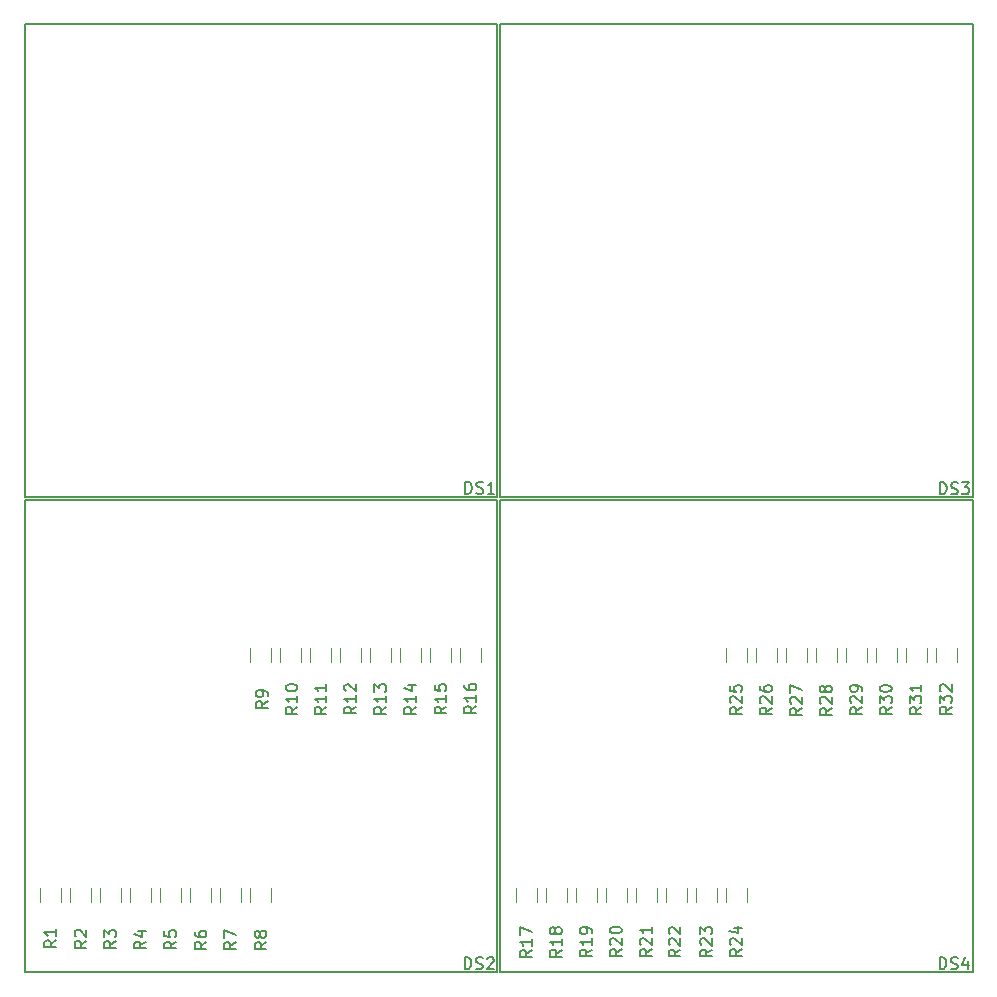
<source format=gbr>
G04 #@! TF.GenerationSoftware,KiCad,Pcbnew,(5.0.0)*
G04 #@! TF.CreationDate,2018-10-21T16:46:55+02:00*
G04 #@! TF.ProjectId,DispalyBoard,44697370616C79426F6172642E6B6963,0.2.1*
G04 #@! TF.SameCoordinates,Original*
G04 #@! TF.FileFunction,Legend,Top*
G04 #@! TF.FilePolarity,Positive*
%FSLAX46Y46*%
G04 Gerber Fmt 4.6, Leading zero omitted, Abs format (unit mm)*
G04 Created by KiCad (PCBNEW (5.0.0)) date 10/21/18 16:46:55*
%MOMM*%
%LPD*%
G01*
G04 APERTURE LIST*
%ADD10C,0.150000*%
%ADD11C,0.120000*%
G04 APERTURE END LIST*
D10*
G04 #@! TO.C,DS4*
X188529000Y-97475000D02*
X188529000Y-137475000D01*
X188529000Y-137475000D02*
X148529000Y-137475000D01*
X148529000Y-137475000D02*
X148529000Y-97475000D01*
X148529000Y-97475000D02*
X188529000Y-97475000D01*
G04 #@! TO.C,DS1*
X148270000Y-57216000D02*
X148270000Y-97216000D01*
X148270000Y-97216000D02*
X108270000Y-97216000D01*
X108270000Y-97216000D02*
X108270000Y-57216000D01*
X108270000Y-57216000D02*
X148270000Y-57216000D01*
G04 #@! TO.C,DS3*
X188529000Y-57216000D02*
X188529000Y-97216000D01*
X188529000Y-97216000D02*
X148529000Y-97216000D01*
X148529000Y-97216000D02*
X148529000Y-57216000D01*
X148529000Y-57216000D02*
X188529000Y-57216000D01*
G04 #@! TO.C,DS2*
X148270000Y-97475000D02*
X148270000Y-137475000D01*
X148270000Y-137475000D02*
X108270000Y-137475000D01*
X108270000Y-137475000D02*
X108270000Y-97475000D01*
X108270000Y-97475000D02*
X148270000Y-97475000D01*
D11*
G04 #@! TO.C,R32*
X187189000Y-110017000D02*
X187189000Y-111217000D01*
X185429000Y-111217000D02*
X185429000Y-110017000D01*
G04 #@! TO.C,R31*
X184649000Y-110017000D02*
X184649000Y-111217000D01*
X182889000Y-111217000D02*
X182889000Y-110017000D01*
G04 #@! TO.C,R30*
X182109000Y-110017000D02*
X182109000Y-111217000D01*
X180349000Y-111217000D02*
X180349000Y-110017000D01*
G04 #@! TO.C,R29*
X179569000Y-110017000D02*
X179569000Y-111217000D01*
X177809000Y-111217000D02*
X177809000Y-110017000D01*
G04 #@! TO.C,R28*
X177029000Y-110017000D02*
X177029000Y-111217000D01*
X175269000Y-111217000D02*
X175269000Y-110017000D01*
G04 #@! TO.C,R27*
X174489000Y-110017000D02*
X174489000Y-111217000D01*
X172729000Y-111217000D02*
X172729000Y-110017000D01*
G04 #@! TO.C,R26*
X171949000Y-110017000D02*
X171949000Y-111217000D01*
X170189000Y-111217000D02*
X170189000Y-110017000D01*
G04 #@! TO.C,R25*
X169409000Y-110017000D02*
X169409000Y-111217000D01*
X167649000Y-111217000D02*
X167649000Y-110017000D01*
G04 #@! TO.C,R24*
X169409000Y-130337000D02*
X169409000Y-131537000D01*
X167649000Y-131537000D02*
X167649000Y-130337000D01*
G04 #@! TO.C,R23*
X166869000Y-130337000D02*
X166869000Y-131537000D01*
X165109000Y-131537000D02*
X165109000Y-130337000D01*
G04 #@! TO.C,R22*
X164329000Y-130337000D02*
X164329000Y-131537000D01*
X162569000Y-131537000D02*
X162569000Y-130337000D01*
G04 #@! TO.C,R21*
X161789000Y-130337000D02*
X161789000Y-131537000D01*
X160029000Y-131537000D02*
X160029000Y-130337000D01*
G04 #@! TO.C,R20*
X159249000Y-130337000D02*
X159249000Y-131537000D01*
X157489000Y-131537000D02*
X157489000Y-130337000D01*
G04 #@! TO.C,R19*
X156709000Y-130337000D02*
X156709000Y-131537000D01*
X154949000Y-131537000D02*
X154949000Y-130337000D01*
G04 #@! TO.C,R18*
X154169000Y-130337000D02*
X154169000Y-131537000D01*
X152409000Y-131537000D02*
X152409000Y-130337000D01*
G04 #@! TO.C,R17*
X151629000Y-130337000D02*
X151629000Y-131537000D01*
X149869000Y-131537000D02*
X149869000Y-130337000D01*
G04 #@! TO.C,R16*
X146930000Y-110017000D02*
X146930000Y-111217000D01*
X145170000Y-111217000D02*
X145170000Y-110017000D01*
G04 #@! TO.C,R15*
X144390000Y-110017000D02*
X144390000Y-111217000D01*
X142630000Y-111217000D02*
X142630000Y-110017000D01*
G04 #@! TO.C,R14*
X141850000Y-110017000D02*
X141850000Y-111217000D01*
X140090000Y-111217000D02*
X140090000Y-110017000D01*
G04 #@! TO.C,R13*
X139310000Y-110017000D02*
X139310000Y-111217000D01*
X137550000Y-111217000D02*
X137550000Y-110017000D01*
G04 #@! TO.C,R12*
X136770000Y-110017000D02*
X136770000Y-111217000D01*
X135010000Y-111217000D02*
X135010000Y-110017000D01*
G04 #@! TO.C,R11*
X134230000Y-110017000D02*
X134230000Y-111217000D01*
X132470000Y-111217000D02*
X132470000Y-110017000D01*
G04 #@! TO.C,R10*
X131690000Y-110017000D02*
X131690000Y-111217000D01*
X129930000Y-111217000D02*
X129930000Y-110017000D01*
G04 #@! TO.C,R9*
X129150000Y-110017000D02*
X129150000Y-111217000D01*
X127390000Y-111217000D02*
X127390000Y-110017000D01*
G04 #@! TO.C,R8*
X129150000Y-130337000D02*
X129150000Y-131537000D01*
X127390000Y-131537000D02*
X127390000Y-130337000D01*
G04 #@! TO.C,R7*
X126610000Y-130337000D02*
X126610000Y-131537000D01*
X124850000Y-131537000D02*
X124850000Y-130337000D01*
G04 #@! TO.C,R6*
X124070000Y-130337000D02*
X124070000Y-131537000D01*
X122310000Y-131537000D02*
X122310000Y-130337000D01*
G04 #@! TO.C,R5*
X121530000Y-130337000D02*
X121530000Y-131537000D01*
X119770000Y-131537000D02*
X119770000Y-130337000D01*
G04 #@! TO.C,R4*
X118990000Y-130337000D02*
X118990000Y-131537000D01*
X117230000Y-131537000D02*
X117230000Y-130337000D01*
G04 #@! TO.C,R3*
X116450000Y-130337000D02*
X116450000Y-131537000D01*
X114690000Y-131537000D02*
X114690000Y-130337000D01*
G04 #@! TO.C,R2*
X113910000Y-130337000D02*
X113910000Y-131537000D01*
X112150000Y-131537000D02*
X112150000Y-130337000D01*
G04 #@! TO.C,R1*
X111370000Y-130337000D02*
X111370000Y-131537000D01*
X109610000Y-131537000D02*
X109610000Y-130337000D01*
G04 #@! TO.C,DS4*
D10*
X185729714Y-137205980D02*
X185729714Y-136205980D01*
X185967809Y-136205980D01*
X186110666Y-136253600D01*
X186205904Y-136348838D01*
X186253523Y-136444076D01*
X186301142Y-136634552D01*
X186301142Y-136777409D01*
X186253523Y-136967885D01*
X186205904Y-137063123D01*
X186110666Y-137158361D01*
X185967809Y-137205980D01*
X185729714Y-137205980D01*
X186682095Y-137158361D02*
X186824952Y-137205980D01*
X187063047Y-137205980D01*
X187158285Y-137158361D01*
X187205904Y-137110742D01*
X187253523Y-137015504D01*
X187253523Y-136920266D01*
X187205904Y-136825028D01*
X187158285Y-136777409D01*
X187063047Y-136729790D01*
X186872571Y-136682171D01*
X186777333Y-136634552D01*
X186729714Y-136586933D01*
X186682095Y-136491695D01*
X186682095Y-136396457D01*
X186729714Y-136301219D01*
X186777333Y-136253600D01*
X186872571Y-136205980D01*
X187110666Y-136205980D01*
X187253523Y-136253600D01*
X188110666Y-136539314D02*
X188110666Y-137205980D01*
X187872571Y-136158361D02*
X187634476Y-136872647D01*
X188253523Y-136872647D01*
G04 #@! TO.C,DS1*
X145572314Y-96946980D02*
X145572314Y-95946980D01*
X145810409Y-95946980D01*
X145953266Y-95994600D01*
X146048504Y-96089838D01*
X146096123Y-96185076D01*
X146143742Y-96375552D01*
X146143742Y-96518409D01*
X146096123Y-96708885D01*
X146048504Y-96804123D01*
X145953266Y-96899361D01*
X145810409Y-96946980D01*
X145572314Y-96946980D01*
X146524695Y-96899361D02*
X146667552Y-96946980D01*
X146905647Y-96946980D01*
X147000885Y-96899361D01*
X147048504Y-96851742D01*
X147096123Y-96756504D01*
X147096123Y-96661266D01*
X147048504Y-96566028D01*
X147000885Y-96518409D01*
X146905647Y-96470790D01*
X146715171Y-96423171D01*
X146619933Y-96375552D01*
X146572314Y-96327933D01*
X146524695Y-96232695D01*
X146524695Y-96137457D01*
X146572314Y-96042219D01*
X146619933Y-95994600D01*
X146715171Y-95946980D01*
X146953266Y-95946980D01*
X147096123Y-95994600D01*
X148048504Y-96946980D02*
X147477076Y-96946980D01*
X147762790Y-96946980D02*
X147762790Y-95946980D01*
X147667552Y-96089838D01*
X147572314Y-96185076D01*
X147477076Y-96232695D01*
G04 #@! TO.C,DS3*
X185755114Y-96997780D02*
X185755114Y-95997780D01*
X185993209Y-95997780D01*
X186136066Y-96045400D01*
X186231304Y-96140638D01*
X186278923Y-96235876D01*
X186326542Y-96426352D01*
X186326542Y-96569209D01*
X186278923Y-96759685D01*
X186231304Y-96854923D01*
X186136066Y-96950161D01*
X185993209Y-96997780D01*
X185755114Y-96997780D01*
X186707495Y-96950161D02*
X186850352Y-96997780D01*
X187088447Y-96997780D01*
X187183685Y-96950161D01*
X187231304Y-96902542D01*
X187278923Y-96807304D01*
X187278923Y-96712066D01*
X187231304Y-96616828D01*
X187183685Y-96569209D01*
X187088447Y-96521590D01*
X186897971Y-96473971D01*
X186802733Y-96426352D01*
X186755114Y-96378733D01*
X186707495Y-96283495D01*
X186707495Y-96188257D01*
X186755114Y-96093019D01*
X186802733Y-96045400D01*
X186897971Y-95997780D01*
X187136066Y-95997780D01*
X187278923Y-96045400D01*
X187612257Y-95997780D02*
X188231304Y-95997780D01*
X187897971Y-96378733D01*
X188040828Y-96378733D01*
X188136066Y-96426352D01*
X188183685Y-96473971D01*
X188231304Y-96569209D01*
X188231304Y-96807304D01*
X188183685Y-96902542D01*
X188136066Y-96950161D01*
X188040828Y-96997780D01*
X187755114Y-96997780D01*
X187659876Y-96950161D01*
X187612257Y-96902542D01*
G04 #@! TO.C,DS2*
X145521514Y-137205980D02*
X145521514Y-136205980D01*
X145759609Y-136205980D01*
X145902466Y-136253600D01*
X145997704Y-136348838D01*
X146045323Y-136444076D01*
X146092942Y-136634552D01*
X146092942Y-136777409D01*
X146045323Y-136967885D01*
X145997704Y-137063123D01*
X145902466Y-137158361D01*
X145759609Y-137205980D01*
X145521514Y-137205980D01*
X146473895Y-137158361D02*
X146616752Y-137205980D01*
X146854847Y-137205980D01*
X146950085Y-137158361D01*
X146997704Y-137110742D01*
X147045323Y-137015504D01*
X147045323Y-136920266D01*
X146997704Y-136825028D01*
X146950085Y-136777409D01*
X146854847Y-136729790D01*
X146664371Y-136682171D01*
X146569133Y-136634552D01*
X146521514Y-136586933D01*
X146473895Y-136491695D01*
X146473895Y-136396457D01*
X146521514Y-136301219D01*
X146569133Y-136253600D01*
X146664371Y-136205980D01*
X146902466Y-136205980D01*
X147045323Y-136253600D01*
X147426276Y-136301219D02*
X147473895Y-136253600D01*
X147569133Y-136205980D01*
X147807228Y-136205980D01*
X147902466Y-136253600D01*
X147950085Y-136301219D01*
X147997704Y-136396457D01*
X147997704Y-136491695D01*
X147950085Y-136634552D01*
X147378657Y-137205980D01*
X147997704Y-137205980D01*
G04 #@! TO.C,R32*
X186761380Y-114993657D02*
X186285190Y-115326990D01*
X186761380Y-115565085D02*
X185761380Y-115565085D01*
X185761380Y-115184133D01*
X185809000Y-115088895D01*
X185856619Y-115041276D01*
X185951857Y-114993657D01*
X186094714Y-114993657D01*
X186189952Y-115041276D01*
X186237571Y-115088895D01*
X186285190Y-115184133D01*
X186285190Y-115565085D01*
X185761380Y-114660323D02*
X185761380Y-114041276D01*
X186142333Y-114374609D01*
X186142333Y-114231752D01*
X186189952Y-114136514D01*
X186237571Y-114088895D01*
X186332809Y-114041276D01*
X186570904Y-114041276D01*
X186666142Y-114088895D01*
X186713761Y-114136514D01*
X186761380Y-114231752D01*
X186761380Y-114517466D01*
X186713761Y-114612704D01*
X186666142Y-114660323D01*
X185856619Y-113660323D02*
X185809000Y-113612704D01*
X185761380Y-113517466D01*
X185761380Y-113279371D01*
X185809000Y-113184133D01*
X185856619Y-113136514D01*
X185951857Y-113088895D01*
X186047095Y-113088895D01*
X186189952Y-113136514D01*
X186761380Y-113707942D01*
X186761380Y-113088895D01*
G04 #@! TO.C,R31*
X184195980Y-115019057D02*
X183719790Y-115352390D01*
X184195980Y-115590485D02*
X183195980Y-115590485D01*
X183195980Y-115209533D01*
X183243600Y-115114295D01*
X183291219Y-115066676D01*
X183386457Y-115019057D01*
X183529314Y-115019057D01*
X183624552Y-115066676D01*
X183672171Y-115114295D01*
X183719790Y-115209533D01*
X183719790Y-115590485D01*
X183195980Y-114685723D02*
X183195980Y-114066676D01*
X183576933Y-114400009D01*
X183576933Y-114257152D01*
X183624552Y-114161914D01*
X183672171Y-114114295D01*
X183767409Y-114066676D01*
X184005504Y-114066676D01*
X184100742Y-114114295D01*
X184148361Y-114161914D01*
X184195980Y-114257152D01*
X184195980Y-114542866D01*
X184148361Y-114638104D01*
X184100742Y-114685723D01*
X184195980Y-113114295D02*
X184195980Y-113685723D01*
X184195980Y-113400009D02*
X183195980Y-113400009D01*
X183338838Y-113495247D01*
X183434076Y-113590485D01*
X183481695Y-113685723D01*
G04 #@! TO.C,R30*
X181681380Y-115044457D02*
X181205190Y-115377790D01*
X181681380Y-115615885D02*
X180681380Y-115615885D01*
X180681380Y-115234933D01*
X180729000Y-115139695D01*
X180776619Y-115092076D01*
X180871857Y-115044457D01*
X181014714Y-115044457D01*
X181109952Y-115092076D01*
X181157571Y-115139695D01*
X181205190Y-115234933D01*
X181205190Y-115615885D01*
X180681380Y-114711123D02*
X180681380Y-114092076D01*
X181062333Y-114425409D01*
X181062333Y-114282552D01*
X181109952Y-114187314D01*
X181157571Y-114139695D01*
X181252809Y-114092076D01*
X181490904Y-114092076D01*
X181586142Y-114139695D01*
X181633761Y-114187314D01*
X181681380Y-114282552D01*
X181681380Y-114568266D01*
X181633761Y-114663504D01*
X181586142Y-114711123D01*
X180681380Y-113473028D02*
X180681380Y-113377790D01*
X180729000Y-113282552D01*
X180776619Y-113234933D01*
X180871857Y-113187314D01*
X181062333Y-113139695D01*
X181300428Y-113139695D01*
X181490904Y-113187314D01*
X181586142Y-113234933D01*
X181633761Y-113282552D01*
X181681380Y-113377790D01*
X181681380Y-113473028D01*
X181633761Y-113568266D01*
X181586142Y-113615885D01*
X181490904Y-113663504D01*
X181300428Y-113711123D01*
X181062333Y-113711123D01*
X180871857Y-113663504D01*
X180776619Y-113615885D01*
X180729000Y-113568266D01*
X180681380Y-113473028D01*
G04 #@! TO.C,R29*
X179166780Y-115044457D02*
X178690590Y-115377790D01*
X179166780Y-115615885D02*
X178166780Y-115615885D01*
X178166780Y-115234933D01*
X178214400Y-115139695D01*
X178262019Y-115092076D01*
X178357257Y-115044457D01*
X178500114Y-115044457D01*
X178595352Y-115092076D01*
X178642971Y-115139695D01*
X178690590Y-115234933D01*
X178690590Y-115615885D01*
X178262019Y-114663504D02*
X178214400Y-114615885D01*
X178166780Y-114520647D01*
X178166780Y-114282552D01*
X178214400Y-114187314D01*
X178262019Y-114139695D01*
X178357257Y-114092076D01*
X178452495Y-114092076D01*
X178595352Y-114139695D01*
X179166780Y-114711123D01*
X179166780Y-114092076D01*
X179166780Y-113615885D02*
X179166780Y-113425409D01*
X179119161Y-113330171D01*
X179071542Y-113282552D01*
X178928685Y-113187314D01*
X178738209Y-113139695D01*
X178357257Y-113139695D01*
X178262019Y-113187314D01*
X178214400Y-113234933D01*
X178166780Y-113330171D01*
X178166780Y-113520647D01*
X178214400Y-113615885D01*
X178262019Y-113663504D01*
X178357257Y-113711123D01*
X178595352Y-113711123D01*
X178690590Y-113663504D01*
X178738209Y-113615885D01*
X178785828Y-113520647D01*
X178785828Y-113330171D01*
X178738209Y-113234933D01*
X178690590Y-113187314D01*
X178595352Y-113139695D01*
G04 #@! TO.C,R28*
X176601380Y-115095257D02*
X176125190Y-115428590D01*
X176601380Y-115666685D02*
X175601380Y-115666685D01*
X175601380Y-115285733D01*
X175649000Y-115190495D01*
X175696619Y-115142876D01*
X175791857Y-115095257D01*
X175934714Y-115095257D01*
X176029952Y-115142876D01*
X176077571Y-115190495D01*
X176125190Y-115285733D01*
X176125190Y-115666685D01*
X175696619Y-114714304D02*
X175649000Y-114666685D01*
X175601380Y-114571447D01*
X175601380Y-114333352D01*
X175649000Y-114238114D01*
X175696619Y-114190495D01*
X175791857Y-114142876D01*
X175887095Y-114142876D01*
X176029952Y-114190495D01*
X176601380Y-114761923D01*
X176601380Y-114142876D01*
X176029952Y-113571447D02*
X175982333Y-113666685D01*
X175934714Y-113714304D01*
X175839476Y-113761923D01*
X175791857Y-113761923D01*
X175696619Y-113714304D01*
X175649000Y-113666685D01*
X175601380Y-113571447D01*
X175601380Y-113380971D01*
X175649000Y-113285733D01*
X175696619Y-113238114D01*
X175791857Y-113190495D01*
X175839476Y-113190495D01*
X175934714Y-113238114D01*
X175982333Y-113285733D01*
X176029952Y-113380971D01*
X176029952Y-113571447D01*
X176077571Y-113666685D01*
X176125190Y-113714304D01*
X176220428Y-113761923D01*
X176410904Y-113761923D01*
X176506142Y-113714304D01*
X176553761Y-113666685D01*
X176601380Y-113571447D01*
X176601380Y-113380971D01*
X176553761Y-113285733D01*
X176506142Y-113238114D01*
X176410904Y-113190495D01*
X176220428Y-113190495D01*
X176125190Y-113238114D01*
X176077571Y-113285733D01*
X176029952Y-113380971D01*
G04 #@! TO.C,R27*
X174086780Y-115095257D02*
X173610590Y-115428590D01*
X174086780Y-115666685D02*
X173086780Y-115666685D01*
X173086780Y-115285733D01*
X173134400Y-115190495D01*
X173182019Y-115142876D01*
X173277257Y-115095257D01*
X173420114Y-115095257D01*
X173515352Y-115142876D01*
X173562971Y-115190495D01*
X173610590Y-115285733D01*
X173610590Y-115666685D01*
X173182019Y-114714304D02*
X173134400Y-114666685D01*
X173086780Y-114571447D01*
X173086780Y-114333352D01*
X173134400Y-114238114D01*
X173182019Y-114190495D01*
X173277257Y-114142876D01*
X173372495Y-114142876D01*
X173515352Y-114190495D01*
X174086780Y-114761923D01*
X174086780Y-114142876D01*
X173086780Y-113809542D02*
X173086780Y-113142876D01*
X174086780Y-113571447D01*
G04 #@! TO.C,R26*
X171521380Y-115069857D02*
X171045190Y-115403190D01*
X171521380Y-115641285D02*
X170521380Y-115641285D01*
X170521380Y-115260333D01*
X170569000Y-115165095D01*
X170616619Y-115117476D01*
X170711857Y-115069857D01*
X170854714Y-115069857D01*
X170949952Y-115117476D01*
X170997571Y-115165095D01*
X171045190Y-115260333D01*
X171045190Y-115641285D01*
X170616619Y-114688904D02*
X170569000Y-114641285D01*
X170521380Y-114546047D01*
X170521380Y-114307952D01*
X170569000Y-114212714D01*
X170616619Y-114165095D01*
X170711857Y-114117476D01*
X170807095Y-114117476D01*
X170949952Y-114165095D01*
X171521380Y-114736523D01*
X171521380Y-114117476D01*
X170521380Y-113260333D02*
X170521380Y-113450809D01*
X170569000Y-113546047D01*
X170616619Y-113593666D01*
X170759476Y-113688904D01*
X170949952Y-113736523D01*
X171330904Y-113736523D01*
X171426142Y-113688904D01*
X171473761Y-113641285D01*
X171521380Y-113546047D01*
X171521380Y-113355571D01*
X171473761Y-113260333D01*
X171426142Y-113212714D01*
X171330904Y-113165095D01*
X171092809Y-113165095D01*
X170997571Y-113212714D01*
X170949952Y-113260333D01*
X170902333Y-113355571D01*
X170902333Y-113546047D01*
X170949952Y-113641285D01*
X170997571Y-113688904D01*
X171092809Y-113736523D01*
G04 #@! TO.C,R25*
X168981380Y-115044457D02*
X168505190Y-115377790D01*
X168981380Y-115615885D02*
X167981380Y-115615885D01*
X167981380Y-115234933D01*
X168029000Y-115139695D01*
X168076619Y-115092076D01*
X168171857Y-115044457D01*
X168314714Y-115044457D01*
X168409952Y-115092076D01*
X168457571Y-115139695D01*
X168505190Y-115234933D01*
X168505190Y-115615885D01*
X168076619Y-114663504D02*
X168029000Y-114615885D01*
X167981380Y-114520647D01*
X167981380Y-114282552D01*
X168029000Y-114187314D01*
X168076619Y-114139695D01*
X168171857Y-114092076D01*
X168267095Y-114092076D01*
X168409952Y-114139695D01*
X168981380Y-114711123D01*
X168981380Y-114092076D01*
X167981380Y-113187314D02*
X167981380Y-113663504D01*
X168457571Y-113711123D01*
X168409952Y-113663504D01*
X168362333Y-113568266D01*
X168362333Y-113330171D01*
X168409952Y-113234933D01*
X168457571Y-113187314D01*
X168552809Y-113139695D01*
X168790904Y-113139695D01*
X168886142Y-113187314D01*
X168933761Y-113234933D01*
X168981380Y-113330171D01*
X168981380Y-113568266D01*
X168933761Y-113663504D01*
X168886142Y-113711123D01*
G04 #@! TO.C,R24*
X168981380Y-135516857D02*
X168505190Y-135850190D01*
X168981380Y-136088285D02*
X167981380Y-136088285D01*
X167981380Y-135707333D01*
X168029000Y-135612095D01*
X168076619Y-135564476D01*
X168171857Y-135516857D01*
X168314714Y-135516857D01*
X168409952Y-135564476D01*
X168457571Y-135612095D01*
X168505190Y-135707333D01*
X168505190Y-136088285D01*
X168076619Y-135135904D02*
X168029000Y-135088285D01*
X167981380Y-134993047D01*
X167981380Y-134754952D01*
X168029000Y-134659714D01*
X168076619Y-134612095D01*
X168171857Y-134564476D01*
X168267095Y-134564476D01*
X168409952Y-134612095D01*
X168981380Y-135183523D01*
X168981380Y-134564476D01*
X168314714Y-133707333D02*
X168981380Y-133707333D01*
X167933761Y-133945428D02*
X168648047Y-134183523D01*
X168648047Y-133564476D01*
G04 #@! TO.C,R23*
X166466780Y-135542257D02*
X165990590Y-135875590D01*
X166466780Y-136113685D02*
X165466780Y-136113685D01*
X165466780Y-135732733D01*
X165514400Y-135637495D01*
X165562019Y-135589876D01*
X165657257Y-135542257D01*
X165800114Y-135542257D01*
X165895352Y-135589876D01*
X165942971Y-135637495D01*
X165990590Y-135732733D01*
X165990590Y-136113685D01*
X165562019Y-135161304D02*
X165514400Y-135113685D01*
X165466780Y-135018447D01*
X165466780Y-134780352D01*
X165514400Y-134685114D01*
X165562019Y-134637495D01*
X165657257Y-134589876D01*
X165752495Y-134589876D01*
X165895352Y-134637495D01*
X166466780Y-135208923D01*
X166466780Y-134589876D01*
X165466780Y-134256542D02*
X165466780Y-133637495D01*
X165847733Y-133970828D01*
X165847733Y-133827971D01*
X165895352Y-133732733D01*
X165942971Y-133685114D01*
X166038209Y-133637495D01*
X166276304Y-133637495D01*
X166371542Y-133685114D01*
X166419161Y-133732733D01*
X166466780Y-133827971D01*
X166466780Y-134113685D01*
X166419161Y-134208923D01*
X166371542Y-134256542D01*
G04 #@! TO.C,R22*
X163799780Y-135542257D02*
X163323590Y-135875590D01*
X163799780Y-136113685D02*
X162799780Y-136113685D01*
X162799780Y-135732733D01*
X162847400Y-135637495D01*
X162895019Y-135589876D01*
X162990257Y-135542257D01*
X163133114Y-135542257D01*
X163228352Y-135589876D01*
X163275971Y-135637495D01*
X163323590Y-135732733D01*
X163323590Y-136113685D01*
X162895019Y-135161304D02*
X162847400Y-135113685D01*
X162799780Y-135018447D01*
X162799780Y-134780352D01*
X162847400Y-134685114D01*
X162895019Y-134637495D01*
X162990257Y-134589876D01*
X163085495Y-134589876D01*
X163228352Y-134637495D01*
X163799780Y-135208923D01*
X163799780Y-134589876D01*
X162895019Y-134208923D02*
X162847400Y-134161304D01*
X162799780Y-134066066D01*
X162799780Y-133827971D01*
X162847400Y-133732733D01*
X162895019Y-133685114D01*
X162990257Y-133637495D01*
X163085495Y-133637495D01*
X163228352Y-133685114D01*
X163799780Y-134256542D01*
X163799780Y-133637495D01*
G04 #@! TO.C,R21*
X161361380Y-135516857D02*
X160885190Y-135850190D01*
X161361380Y-136088285D02*
X160361380Y-136088285D01*
X160361380Y-135707333D01*
X160409000Y-135612095D01*
X160456619Y-135564476D01*
X160551857Y-135516857D01*
X160694714Y-135516857D01*
X160789952Y-135564476D01*
X160837571Y-135612095D01*
X160885190Y-135707333D01*
X160885190Y-136088285D01*
X160456619Y-135135904D02*
X160409000Y-135088285D01*
X160361380Y-134993047D01*
X160361380Y-134754952D01*
X160409000Y-134659714D01*
X160456619Y-134612095D01*
X160551857Y-134564476D01*
X160647095Y-134564476D01*
X160789952Y-134612095D01*
X161361380Y-135183523D01*
X161361380Y-134564476D01*
X161361380Y-133612095D02*
X161361380Y-134183523D01*
X161361380Y-133897809D02*
X160361380Y-133897809D01*
X160504238Y-133993047D01*
X160599476Y-134088285D01*
X160647095Y-134183523D01*
G04 #@! TO.C,R20*
X158821380Y-135516857D02*
X158345190Y-135850190D01*
X158821380Y-136088285D02*
X157821380Y-136088285D01*
X157821380Y-135707333D01*
X157869000Y-135612095D01*
X157916619Y-135564476D01*
X158011857Y-135516857D01*
X158154714Y-135516857D01*
X158249952Y-135564476D01*
X158297571Y-135612095D01*
X158345190Y-135707333D01*
X158345190Y-136088285D01*
X157916619Y-135135904D02*
X157869000Y-135088285D01*
X157821380Y-134993047D01*
X157821380Y-134754952D01*
X157869000Y-134659714D01*
X157916619Y-134612095D01*
X158011857Y-134564476D01*
X158107095Y-134564476D01*
X158249952Y-134612095D01*
X158821380Y-135183523D01*
X158821380Y-134564476D01*
X157821380Y-133945428D02*
X157821380Y-133850190D01*
X157869000Y-133754952D01*
X157916619Y-133707333D01*
X158011857Y-133659714D01*
X158202333Y-133612095D01*
X158440428Y-133612095D01*
X158630904Y-133659714D01*
X158726142Y-133707333D01*
X158773761Y-133754952D01*
X158821380Y-133850190D01*
X158821380Y-133945428D01*
X158773761Y-134040666D01*
X158726142Y-134088285D01*
X158630904Y-134135904D01*
X158440428Y-134183523D01*
X158202333Y-134183523D01*
X158011857Y-134135904D01*
X157916619Y-134088285D01*
X157869000Y-134040666D01*
X157821380Y-133945428D01*
G04 #@! TO.C,R19*
X156281380Y-135542257D02*
X155805190Y-135875590D01*
X156281380Y-136113685D02*
X155281380Y-136113685D01*
X155281380Y-135732733D01*
X155329000Y-135637495D01*
X155376619Y-135589876D01*
X155471857Y-135542257D01*
X155614714Y-135542257D01*
X155709952Y-135589876D01*
X155757571Y-135637495D01*
X155805190Y-135732733D01*
X155805190Y-136113685D01*
X156281380Y-134589876D02*
X156281380Y-135161304D01*
X156281380Y-134875590D02*
X155281380Y-134875590D01*
X155424238Y-134970828D01*
X155519476Y-135066066D01*
X155567095Y-135161304D01*
X156281380Y-134113685D02*
X156281380Y-133923209D01*
X156233761Y-133827971D01*
X156186142Y-133780352D01*
X156043285Y-133685114D01*
X155852809Y-133637495D01*
X155471857Y-133637495D01*
X155376619Y-133685114D01*
X155329000Y-133732733D01*
X155281380Y-133827971D01*
X155281380Y-134018447D01*
X155329000Y-134113685D01*
X155376619Y-134161304D01*
X155471857Y-134208923D01*
X155709952Y-134208923D01*
X155805190Y-134161304D01*
X155852809Y-134113685D01*
X155900428Y-134018447D01*
X155900428Y-133827971D01*
X155852809Y-133732733D01*
X155805190Y-133685114D01*
X155709952Y-133637495D01*
G04 #@! TO.C,R18*
X153741380Y-135567657D02*
X153265190Y-135900990D01*
X153741380Y-136139085D02*
X152741380Y-136139085D01*
X152741380Y-135758133D01*
X152789000Y-135662895D01*
X152836619Y-135615276D01*
X152931857Y-135567657D01*
X153074714Y-135567657D01*
X153169952Y-135615276D01*
X153217571Y-135662895D01*
X153265190Y-135758133D01*
X153265190Y-136139085D01*
X153741380Y-134615276D02*
X153741380Y-135186704D01*
X153741380Y-134900990D02*
X152741380Y-134900990D01*
X152884238Y-134996228D01*
X152979476Y-135091466D01*
X153027095Y-135186704D01*
X153169952Y-134043847D02*
X153122333Y-134139085D01*
X153074714Y-134186704D01*
X152979476Y-134234323D01*
X152931857Y-134234323D01*
X152836619Y-134186704D01*
X152789000Y-134139085D01*
X152741380Y-134043847D01*
X152741380Y-133853371D01*
X152789000Y-133758133D01*
X152836619Y-133710514D01*
X152931857Y-133662895D01*
X152979476Y-133662895D01*
X153074714Y-133710514D01*
X153122333Y-133758133D01*
X153169952Y-133853371D01*
X153169952Y-134043847D01*
X153217571Y-134139085D01*
X153265190Y-134186704D01*
X153360428Y-134234323D01*
X153550904Y-134234323D01*
X153646142Y-134186704D01*
X153693761Y-134139085D01*
X153741380Y-134043847D01*
X153741380Y-133853371D01*
X153693761Y-133758133D01*
X153646142Y-133710514D01*
X153550904Y-133662895D01*
X153360428Y-133662895D01*
X153265190Y-133710514D01*
X153217571Y-133758133D01*
X153169952Y-133853371D01*
G04 #@! TO.C,R17*
X151201380Y-135593057D02*
X150725190Y-135926390D01*
X151201380Y-136164485D02*
X150201380Y-136164485D01*
X150201380Y-135783533D01*
X150249000Y-135688295D01*
X150296619Y-135640676D01*
X150391857Y-135593057D01*
X150534714Y-135593057D01*
X150629952Y-135640676D01*
X150677571Y-135688295D01*
X150725190Y-135783533D01*
X150725190Y-136164485D01*
X151201380Y-134640676D02*
X151201380Y-135212104D01*
X151201380Y-134926390D02*
X150201380Y-134926390D01*
X150344238Y-135021628D01*
X150439476Y-135116866D01*
X150487095Y-135212104D01*
X150201380Y-134307342D02*
X150201380Y-133640676D01*
X151201380Y-134069247D01*
G04 #@! TO.C,R16*
X146502380Y-114942857D02*
X146026190Y-115276190D01*
X146502380Y-115514285D02*
X145502380Y-115514285D01*
X145502380Y-115133333D01*
X145550000Y-115038095D01*
X145597619Y-114990476D01*
X145692857Y-114942857D01*
X145835714Y-114942857D01*
X145930952Y-114990476D01*
X145978571Y-115038095D01*
X146026190Y-115133333D01*
X146026190Y-115514285D01*
X146502380Y-113990476D02*
X146502380Y-114561904D01*
X146502380Y-114276190D02*
X145502380Y-114276190D01*
X145645238Y-114371428D01*
X145740476Y-114466666D01*
X145788095Y-114561904D01*
X145502380Y-113133333D02*
X145502380Y-113323809D01*
X145550000Y-113419047D01*
X145597619Y-113466666D01*
X145740476Y-113561904D01*
X145930952Y-113609523D01*
X146311904Y-113609523D01*
X146407142Y-113561904D01*
X146454761Y-113514285D01*
X146502380Y-113419047D01*
X146502380Y-113228571D01*
X146454761Y-113133333D01*
X146407142Y-113085714D01*
X146311904Y-113038095D01*
X146073809Y-113038095D01*
X145978571Y-113085714D01*
X145930952Y-113133333D01*
X145883333Y-113228571D01*
X145883333Y-113419047D01*
X145930952Y-113514285D01*
X145978571Y-113561904D01*
X146073809Y-113609523D01*
G04 #@! TO.C,R15*
X143987780Y-114968257D02*
X143511590Y-115301590D01*
X143987780Y-115539685D02*
X142987780Y-115539685D01*
X142987780Y-115158733D01*
X143035400Y-115063495D01*
X143083019Y-115015876D01*
X143178257Y-114968257D01*
X143321114Y-114968257D01*
X143416352Y-115015876D01*
X143463971Y-115063495D01*
X143511590Y-115158733D01*
X143511590Y-115539685D01*
X143987780Y-114015876D02*
X143987780Y-114587304D01*
X143987780Y-114301590D02*
X142987780Y-114301590D01*
X143130638Y-114396828D01*
X143225876Y-114492066D01*
X143273495Y-114587304D01*
X142987780Y-113111114D02*
X142987780Y-113587304D01*
X143463971Y-113634923D01*
X143416352Y-113587304D01*
X143368733Y-113492066D01*
X143368733Y-113253971D01*
X143416352Y-113158733D01*
X143463971Y-113111114D01*
X143559209Y-113063495D01*
X143797304Y-113063495D01*
X143892542Y-113111114D01*
X143940161Y-113158733D01*
X143987780Y-113253971D01*
X143987780Y-113492066D01*
X143940161Y-113587304D01*
X143892542Y-113634923D01*
G04 #@! TO.C,R14*
X141422380Y-114993657D02*
X140946190Y-115326990D01*
X141422380Y-115565085D02*
X140422380Y-115565085D01*
X140422380Y-115184133D01*
X140470000Y-115088895D01*
X140517619Y-115041276D01*
X140612857Y-114993657D01*
X140755714Y-114993657D01*
X140850952Y-115041276D01*
X140898571Y-115088895D01*
X140946190Y-115184133D01*
X140946190Y-115565085D01*
X141422380Y-114041276D02*
X141422380Y-114612704D01*
X141422380Y-114326990D02*
X140422380Y-114326990D01*
X140565238Y-114422228D01*
X140660476Y-114517466D01*
X140708095Y-114612704D01*
X140755714Y-113184133D02*
X141422380Y-113184133D01*
X140374761Y-113422228D02*
X141089047Y-113660323D01*
X141089047Y-113041276D01*
G04 #@! TO.C,R13*
X138882380Y-114993657D02*
X138406190Y-115326990D01*
X138882380Y-115565085D02*
X137882380Y-115565085D01*
X137882380Y-115184133D01*
X137930000Y-115088895D01*
X137977619Y-115041276D01*
X138072857Y-114993657D01*
X138215714Y-114993657D01*
X138310952Y-115041276D01*
X138358571Y-115088895D01*
X138406190Y-115184133D01*
X138406190Y-115565085D01*
X138882380Y-114041276D02*
X138882380Y-114612704D01*
X138882380Y-114326990D02*
X137882380Y-114326990D01*
X138025238Y-114422228D01*
X138120476Y-114517466D01*
X138168095Y-114612704D01*
X137882380Y-113707942D02*
X137882380Y-113088895D01*
X138263333Y-113422228D01*
X138263333Y-113279371D01*
X138310952Y-113184133D01*
X138358571Y-113136514D01*
X138453809Y-113088895D01*
X138691904Y-113088895D01*
X138787142Y-113136514D01*
X138834761Y-113184133D01*
X138882380Y-113279371D01*
X138882380Y-113565085D01*
X138834761Y-113660323D01*
X138787142Y-113707942D01*
G04 #@! TO.C,R12*
X136342380Y-114968257D02*
X135866190Y-115301590D01*
X136342380Y-115539685D02*
X135342380Y-115539685D01*
X135342380Y-115158733D01*
X135390000Y-115063495D01*
X135437619Y-115015876D01*
X135532857Y-114968257D01*
X135675714Y-114968257D01*
X135770952Y-115015876D01*
X135818571Y-115063495D01*
X135866190Y-115158733D01*
X135866190Y-115539685D01*
X136342380Y-114015876D02*
X136342380Y-114587304D01*
X136342380Y-114301590D02*
X135342380Y-114301590D01*
X135485238Y-114396828D01*
X135580476Y-114492066D01*
X135628095Y-114587304D01*
X135437619Y-113634923D02*
X135390000Y-113587304D01*
X135342380Y-113492066D01*
X135342380Y-113253971D01*
X135390000Y-113158733D01*
X135437619Y-113111114D01*
X135532857Y-113063495D01*
X135628095Y-113063495D01*
X135770952Y-113111114D01*
X136342380Y-113682542D01*
X136342380Y-113063495D01*
G04 #@! TO.C,R11*
X133827780Y-114993657D02*
X133351590Y-115326990D01*
X133827780Y-115565085D02*
X132827780Y-115565085D01*
X132827780Y-115184133D01*
X132875400Y-115088895D01*
X132923019Y-115041276D01*
X133018257Y-114993657D01*
X133161114Y-114993657D01*
X133256352Y-115041276D01*
X133303971Y-115088895D01*
X133351590Y-115184133D01*
X133351590Y-115565085D01*
X133827780Y-114041276D02*
X133827780Y-114612704D01*
X133827780Y-114326990D02*
X132827780Y-114326990D01*
X132970638Y-114422228D01*
X133065876Y-114517466D01*
X133113495Y-114612704D01*
X133827780Y-113088895D02*
X133827780Y-113660323D01*
X133827780Y-113374609D02*
X132827780Y-113374609D01*
X132970638Y-113469847D01*
X133065876Y-113565085D01*
X133113495Y-113660323D01*
G04 #@! TO.C,R10*
X131363980Y-114993657D02*
X130887790Y-115326990D01*
X131363980Y-115565085D02*
X130363980Y-115565085D01*
X130363980Y-115184133D01*
X130411600Y-115088895D01*
X130459219Y-115041276D01*
X130554457Y-114993657D01*
X130697314Y-114993657D01*
X130792552Y-115041276D01*
X130840171Y-115088895D01*
X130887790Y-115184133D01*
X130887790Y-115565085D01*
X131363980Y-114041276D02*
X131363980Y-114612704D01*
X131363980Y-114326990D02*
X130363980Y-114326990D01*
X130506838Y-114422228D01*
X130602076Y-114517466D01*
X130649695Y-114612704D01*
X130363980Y-113422228D02*
X130363980Y-113326990D01*
X130411600Y-113231752D01*
X130459219Y-113184133D01*
X130554457Y-113136514D01*
X130744933Y-113088895D01*
X130983028Y-113088895D01*
X131173504Y-113136514D01*
X131268742Y-113184133D01*
X131316361Y-113231752D01*
X131363980Y-113326990D01*
X131363980Y-113422228D01*
X131316361Y-113517466D01*
X131268742Y-113565085D01*
X131173504Y-113612704D01*
X130983028Y-113660323D01*
X130744933Y-113660323D01*
X130554457Y-113612704D01*
X130459219Y-113565085D01*
X130411600Y-113517466D01*
X130363980Y-113422228D01*
G04 #@! TO.C,R9*
X128849380Y-114517466D02*
X128373190Y-114850800D01*
X128849380Y-115088895D02*
X127849380Y-115088895D01*
X127849380Y-114707942D01*
X127897000Y-114612704D01*
X127944619Y-114565085D01*
X128039857Y-114517466D01*
X128182714Y-114517466D01*
X128277952Y-114565085D01*
X128325571Y-114612704D01*
X128373190Y-114707942D01*
X128373190Y-115088895D01*
X128849380Y-114041276D02*
X128849380Y-113850800D01*
X128801761Y-113755561D01*
X128754142Y-113707942D01*
X128611285Y-113612704D01*
X128420809Y-113565085D01*
X128039857Y-113565085D01*
X127944619Y-113612704D01*
X127897000Y-113660323D01*
X127849380Y-113755561D01*
X127849380Y-113946038D01*
X127897000Y-114041276D01*
X127944619Y-114088895D01*
X128039857Y-114136514D01*
X128277952Y-114136514D01*
X128373190Y-114088895D01*
X128420809Y-114041276D01*
X128468428Y-113946038D01*
X128468428Y-113755561D01*
X128420809Y-113660323D01*
X128373190Y-113612704D01*
X128277952Y-113565085D01*
G04 #@! TO.C,R8*
X128747780Y-134913666D02*
X128271590Y-135247000D01*
X128747780Y-135485095D02*
X127747780Y-135485095D01*
X127747780Y-135104142D01*
X127795400Y-135008904D01*
X127843019Y-134961285D01*
X127938257Y-134913666D01*
X128081114Y-134913666D01*
X128176352Y-134961285D01*
X128223971Y-135008904D01*
X128271590Y-135104142D01*
X128271590Y-135485095D01*
X128176352Y-134342238D02*
X128128733Y-134437476D01*
X128081114Y-134485095D01*
X127985876Y-134532714D01*
X127938257Y-134532714D01*
X127843019Y-134485095D01*
X127795400Y-134437476D01*
X127747780Y-134342238D01*
X127747780Y-134151761D01*
X127795400Y-134056523D01*
X127843019Y-134008904D01*
X127938257Y-133961285D01*
X127985876Y-133961285D01*
X128081114Y-134008904D01*
X128128733Y-134056523D01*
X128176352Y-134151761D01*
X128176352Y-134342238D01*
X128223971Y-134437476D01*
X128271590Y-134485095D01*
X128366828Y-134532714D01*
X128557304Y-134532714D01*
X128652542Y-134485095D01*
X128700161Y-134437476D01*
X128747780Y-134342238D01*
X128747780Y-134151761D01*
X128700161Y-134056523D01*
X128652542Y-134008904D01*
X128557304Y-133961285D01*
X128366828Y-133961285D01*
X128271590Y-134008904D01*
X128223971Y-134056523D01*
X128176352Y-134151761D01*
G04 #@! TO.C,R7*
X126156980Y-134913666D02*
X125680790Y-135247000D01*
X126156980Y-135485095D02*
X125156980Y-135485095D01*
X125156980Y-135104142D01*
X125204600Y-135008904D01*
X125252219Y-134961285D01*
X125347457Y-134913666D01*
X125490314Y-134913666D01*
X125585552Y-134961285D01*
X125633171Y-135008904D01*
X125680790Y-135104142D01*
X125680790Y-135485095D01*
X125156980Y-134580333D02*
X125156980Y-133913666D01*
X126156980Y-134342238D01*
G04 #@! TO.C,R6*
X123667780Y-134888266D02*
X123191590Y-135221600D01*
X123667780Y-135459695D02*
X122667780Y-135459695D01*
X122667780Y-135078742D01*
X122715400Y-134983504D01*
X122763019Y-134935885D01*
X122858257Y-134888266D01*
X123001114Y-134888266D01*
X123096352Y-134935885D01*
X123143971Y-134983504D01*
X123191590Y-135078742D01*
X123191590Y-135459695D01*
X122667780Y-134031123D02*
X122667780Y-134221600D01*
X122715400Y-134316838D01*
X122763019Y-134364457D01*
X122905876Y-134459695D01*
X123096352Y-134507314D01*
X123477304Y-134507314D01*
X123572542Y-134459695D01*
X123620161Y-134412076D01*
X123667780Y-134316838D01*
X123667780Y-134126361D01*
X123620161Y-134031123D01*
X123572542Y-133983504D01*
X123477304Y-133935885D01*
X123239209Y-133935885D01*
X123143971Y-133983504D01*
X123096352Y-134031123D01*
X123048733Y-134126361D01*
X123048733Y-134316838D01*
X123096352Y-134412076D01*
X123143971Y-134459695D01*
X123239209Y-134507314D01*
G04 #@! TO.C,R5*
X121102380Y-134862866D02*
X120626190Y-135196200D01*
X121102380Y-135434295D02*
X120102380Y-135434295D01*
X120102380Y-135053342D01*
X120150000Y-134958104D01*
X120197619Y-134910485D01*
X120292857Y-134862866D01*
X120435714Y-134862866D01*
X120530952Y-134910485D01*
X120578571Y-134958104D01*
X120626190Y-135053342D01*
X120626190Y-135434295D01*
X120102380Y-133958104D02*
X120102380Y-134434295D01*
X120578571Y-134481914D01*
X120530952Y-134434295D01*
X120483333Y-134339057D01*
X120483333Y-134100961D01*
X120530952Y-134005723D01*
X120578571Y-133958104D01*
X120673809Y-133910485D01*
X120911904Y-133910485D01*
X121007142Y-133958104D01*
X121054761Y-134005723D01*
X121102380Y-134100961D01*
X121102380Y-134339057D01*
X121054761Y-134434295D01*
X121007142Y-134481914D01*
G04 #@! TO.C,R4*
X118536980Y-134862866D02*
X118060790Y-135196200D01*
X118536980Y-135434295D02*
X117536980Y-135434295D01*
X117536980Y-135053342D01*
X117584600Y-134958104D01*
X117632219Y-134910485D01*
X117727457Y-134862866D01*
X117870314Y-134862866D01*
X117965552Y-134910485D01*
X118013171Y-134958104D01*
X118060790Y-135053342D01*
X118060790Y-135434295D01*
X117870314Y-134005723D02*
X118536980Y-134005723D01*
X117489361Y-134243819D02*
X118203647Y-134481914D01*
X118203647Y-133862866D01*
G04 #@! TO.C,R3*
X115996980Y-134837466D02*
X115520790Y-135170800D01*
X115996980Y-135408895D02*
X114996980Y-135408895D01*
X114996980Y-135027942D01*
X115044600Y-134932704D01*
X115092219Y-134885085D01*
X115187457Y-134837466D01*
X115330314Y-134837466D01*
X115425552Y-134885085D01*
X115473171Y-134932704D01*
X115520790Y-135027942D01*
X115520790Y-135408895D01*
X114996980Y-134504133D02*
X114996980Y-133885085D01*
X115377933Y-134218419D01*
X115377933Y-134075561D01*
X115425552Y-133980323D01*
X115473171Y-133932704D01*
X115568409Y-133885085D01*
X115806504Y-133885085D01*
X115901742Y-133932704D01*
X115949361Y-133980323D01*
X115996980Y-134075561D01*
X115996980Y-134361276D01*
X115949361Y-134456514D01*
X115901742Y-134504133D01*
G04 #@! TO.C,R2*
X113507780Y-134812066D02*
X113031590Y-135145400D01*
X113507780Y-135383495D02*
X112507780Y-135383495D01*
X112507780Y-135002542D01*
X112555400Y-134907304D01*
X112603019Y-134859685D01*
X112698257Y-134812066D01*
X112841114Y-134812066D01*
X112936352Y-134859685D01*
X112983971Y-134907304D01*
X113031590Y-135002542D01*
X113031590Y-135383495D01*
X112603019Y-134431114D02*
X112555400Y-134383495D01*
X112507780Y-134288257D01*
X112507780Y-134050161D01*
X112555400Y-133954923D01*
X112603019Y-133907304D01*
X112698257Y-133859685D01*
X112793495Y-133859685D01*
X112936352Y-133907304D01*
X113507780Y-134478733D01*
X113507780Y-133859685D01*
G04 #@! TO.C,R1*
X110942380Y-134761266D02*
X110466190Y-135094600D01*
X110942380Y-135332695D02*
X109942380Y-135332695D01*
X109942380Y-134951742D01*
X109990000Y-134856504D01*
X110037619Y-134808885D01*
X110132857Y-134761266D01*
X110275714Y-134761266D01*
X110370952Y-134808885D01*
X110418571Y-134856504D01*
X110466190Y-134951742D01*
X110466190Y-135332695D01*
X110942380Y-133808885D02*
X110942380Y-134380314D01*
X110942380Y-134094600D02*
X109942380Y-134094600D01*
X110085238Y-134189838D01*
X110180476Y-134285076D01*
X110228095Y-134380314D01*
G04 #@! TD*
M02*

</source>
